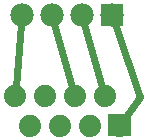
<source format=gbl>
G04 MADE WITH FRITZING*
G04 WWW.FRITZING.ORG*
G04 DOUBLE SIDED*
G04 HOLES PLATED*
G04 CONTOUR ON CENTER OF CONTOUR VECTOR*
%ASAXBY*%
%FSLAX23Y23*%
%MOIN*%
%OFA0B0*%
%SFA1.0B1.0*%
%ADD10C,0.078000*%
%ADD11C,0.074000*%
%ADD12R,0.078000X0.078000*%
%ADD13C,0.024000*%
%ADD14R,0.001000X0.001000*%
%LNCOPPER0*%
G90*
G70*
G54D10*
X616Y746D03*
X516Y746D03*
X416Y746D03*
X316Y746D03*
X616Y746D03*
X516Y746D03*
X416Y746D03*
X316Y746D03*
G54D11*
X292Y478D03*
X342Y378D03*
X392Y478D03*
X492Y478D03*
X592Y478D03*
X442Y378D03*
X542Y378D03*
X642Y378D03*
X292Y478D03*
X342Y378D03*
X392Y478D03*
X492Y478D03*
X592Y478D03*
X442Y378D03*
X542Y378D03*
X642Y378D03*
G54D12*
X616Y746D03*
X616Y746D03*
G54D13*
X295Y508D02*
X314Y716D01*
D02*
X524Y717D02*
X584Y507D01*
D02*
X484Y507D02*
X424Y717D01*
D02*
X711Y474D02*
X660Y403D01*
D02*
X626Y718D02*
X711Y474D01*
G54D14*
X605Y416D02*
X677Y416D01*
X605Y415D02*
X678Y415D01*
X605Y414D02*
X678Y414D01*
X605Y413D02*
X678Y413D01*
X605Y412D02*
X678Y412D01*
X605Y411D02*
X678Y411D01*
X605Y410D02*
X678Y410D01*
X605Y409D02*
X678Y409D01*
X605Y408D02*
X678Y408D01*
X605Y407D02*
X678Y407D01*
X605Y406D02*
X678Y406D01*
X605Y405D02*
X678Y405D01*
X605Y404D02*
X678Y404D01*
X605Y403D02*
X678Y403D01*
X605Y402D02*
X678Y402D01*
X605Y401D02*
X678Y401D01*
X605Y400D02*
X678Y400D01*
X605Y399D02*
X678Y399D01*
X605Y398D02*
X636Y398D01*
X647Y398D02*
X678Y398D01*
X605Y397D02*
X633Y397D01*
X650Y397D02*
X678Y397D01*
X605Y396D02*
X631Y396D01*
X652Y396D02*
X678Y396D01*
X605Y395D02*
X629Y395D01*
X653Y395D02*
X678Y395D01*
X605Y394D02*
X628Y394D01*
X654Y394D02*
X678Y394D01*
X605Y393D02*
X627Y393D01*
X656Y393D02*
X678Y393D01*
X605Y392D02*
X626Y392D01*
X657Y392D02*
X678Y392D01*
X605Y391D02*
X625Y391D01*
X657Y391D02*
X678Y391D01*
X605Y390D02*
X624Y390D01*
X658Y390D02*
X678Y390D01*
X605Y389D02*
X624Y389D01*
X659Y389D02*
X678Y389D01*
X605Y388D02*
X623Y388D01*
X659Y388D02*
X678Y388D01*
X605Y387D02*
X623Y387D01*
X660Y387D02*
X678Y387D01*
X605Y386D02*
X622Y386D01*
X660Y386D02*
X678Y386D01*
X605Y385D02*
X622Y385D01*
X660Y385D02*
X678Y385D01*
X605Y384D02*
X622Y384D01*
X661Y384D02*
X678Y384D01*
X605Y383D02*
X622Y383D01*
X661Y383D02*
X678Y383D01*
X605Y382D02*
X621Y382D01*
X661Y382D02*
X678Y382D01*
X605Y381D02*
X621Y381D01*
X661Y381D02*
X678Y381D01*
X605Y380D02*
X621Y380D01*
X661Y380D02*
X678Y380D01*
X605Y379D02*
X621Y379D01*
X661Y379D02*
X678Y379D01*
X605Y378D02*
X621Y378D01*
X661Y378D02*
X678Y378D01*
X605Y377D02*
X621Y377D01*
X661Y377D02*
X678Y377D01*
X605Y376D02*
X621Y376D01*
X661Y376D02*
X678Y376D01*
X605Y375D02*
X622Y375D01*
X661Y375D02*
X678Y375D01*
X605Y374D02*
X622Y374D01*
X661Y374D02*
X678Y374D01*
X605Y373D02*
X622Y373D01*
X660Y373D02*
X678Y373D01*
X605Y372D02*
X622Y372D01*
X660Y372D02*
X678Y372D01*
X605Y371D02*
X623Y371D01*
X660Y371D02*
X678Y371D01*
X605Y370D02*
X623Y370D01*
X659Y370D02*
X678Y370D01*
X605Y369D02*
X624Y369D01*
X659Y369D02*
X678Y369D01*
X605Y368D02*
X625Y368D01*
X658Y368D02*
X678Y368D01*
X605Y367D02*
X625Y367D01*
X657Y367D02*
X678Y367D01*
X605Y366D02*
X626Y366D01*
X656Y366D02*
X678Y366D01*
X605Y365D02*
X627Y365D01*
X655Y365D02*
X678Y365D01*
X605Y364D02*
X628Y364D01*
X654Y364D02*
X678Y364D01*
X605Y363D02*
X630Y363D01*
X653Y363D02*
X678Y363D01*
X605Y362D02*
X631Y362D01*
X651Y362D02*
X678Y362D01*
X605Y361D02*
X633Y361D01*
X649Y361D02*
X678Y361D01*
X605Y360D02*
X636Y360D01*
X646Y360D02*
X678Y360D01*
X605Y359D02*
X678Y359D01*
X605Y358D02*
X678Y358D01*
X605Y357D02*
X678Y357D01*
X605Y356D02*
X678Y356D01*
X605Y355D02*
X678Y355D01*
X605Y354D02*
X678Y354D01*
X605Y353D02*
X678Y353D01*
X605Y352D02*
X678Y352D01*
X605Y351D02*
X678Y351D01*
X605Y350D02*
X678Y350D01*
X605Y349D02*
X678Y349D01*
X605Y348D02*
X678Y348D01*
X605Y347D02*
X678Y347D01*
X605Y346D02*
X678Y346D01*
X605Y345D02*
X678Y345D01*
X605Y344D02*
X678Y344D01*
X605Y343D02*
X678Y343D01*
D02*
G04 End of Copper0*
M02*
</source>
